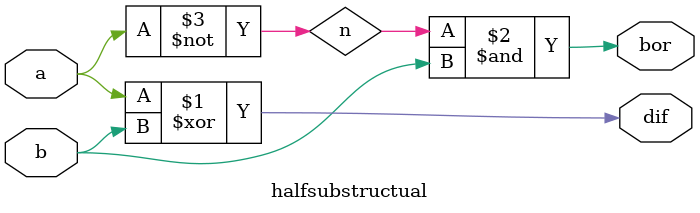
<source format=v>
`timescale 1ns / 1ps


module halfsubstructual(a,b,dif,bor);
input a,b;
output dif,bor;
wire n;
xor g1(dif,a,b);
and g2(bor,n,b);
not g3(n,a);
endmodule

</source>
